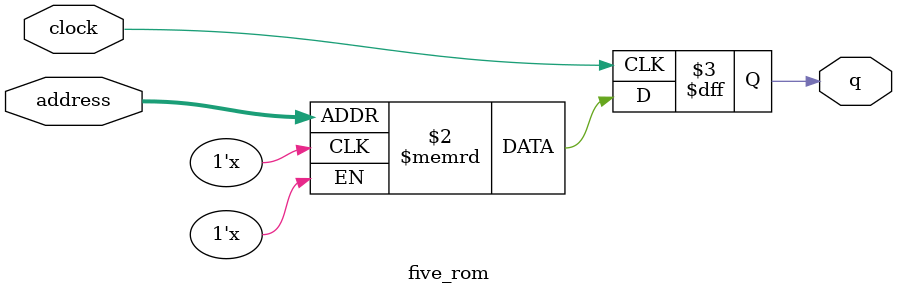
<source format=sv>
module five_rom (
	input logic clock,
	input logic [8:0] address,
	output logic [0:0] q
);

logic [0:0] memory [0:511] /* synthesis ram_init_file = "./five/five.COE" */;

always_ff @ (posedge clock) begin
	q <= memory[address];
end

endmodule

</source>
